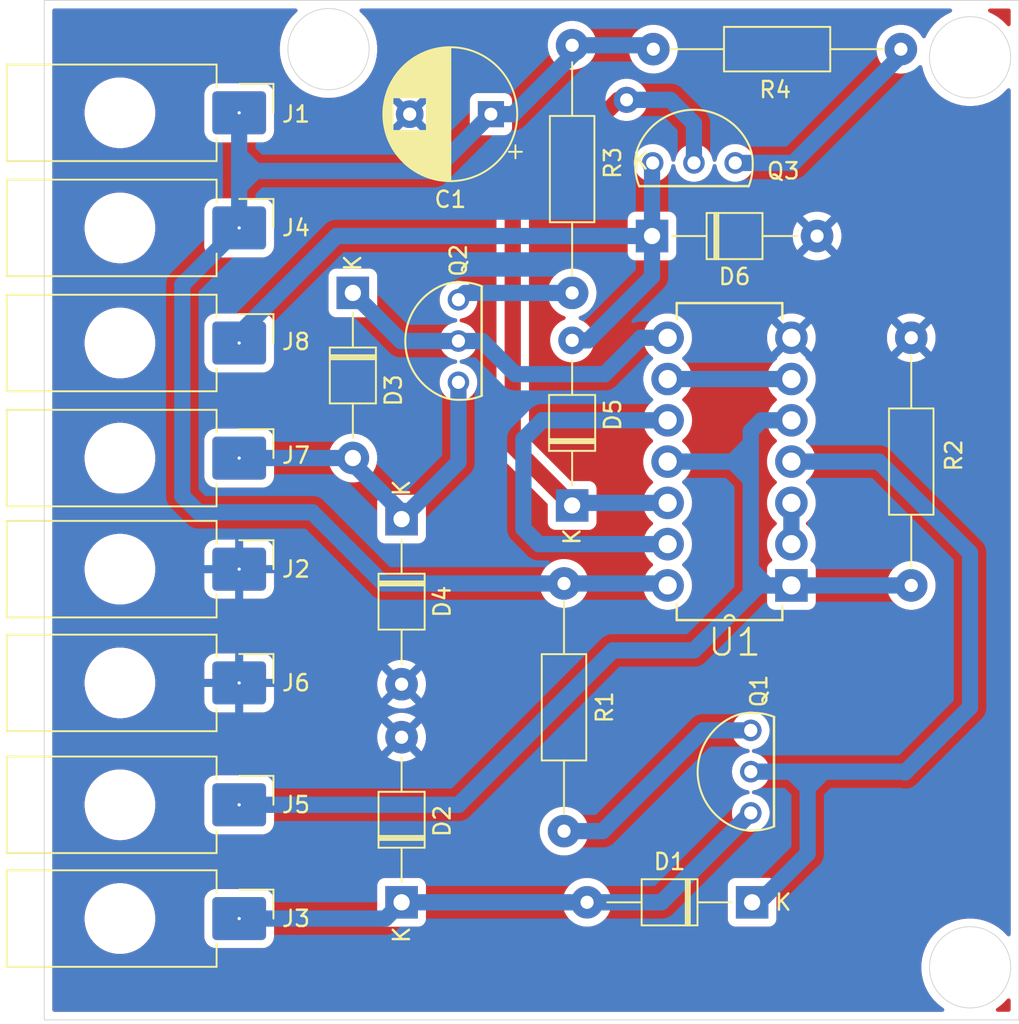
<source format=kicad_pcb>
(kicad_pcb (version 20241229) (generator "pcbnew") (generator_version "9.0")
  (layers (0 "F.Cu" signal) (2 "B.Cu" signal) (13 "F.Paste" user) (15 "B.Paste" user) (5 "F.SilkS" user "F.Silkscreen") (7 "B.SilkS" user "B.Silkscreen") (1 "F.Mask" user) (3 "B.Mask" user) (25 "Edge.Cuts" user))
  (net 0 "")
  (net 1 "GND")
  (net 2 "+5V")
  (net 3 "Trig1")
  (net 4 "/transistors1/Output1")
  (net 5 "/transistors1/Output2")
  (net 6 "Trig2")
  (net 7 "Trig3")
  (net 8 "/transistors1/Output3")
  (net 9 "/OptBoxInput")
  (net 10 "/transistors1/Collector1")
  (net 11 "/transistors1/Collector2")
  (net 12 "/transistors1/Collector3")
  (net 13 "/SchmidtLink3")
  (net 14 "/SchmidtLink2")
  (net 15 "/SchmidtLink1")
  (footprint "Connector_TE-Connectivity:TE_MATE-N-LOK_1-794374-x_1x01_P4.14mm_Horizontal" (layer "F.Cu") (at 97 86.0829 -90)
    (property "Reference" "J8" (hide yes))
    (property "Value" "Conn_01x01_Pin" (hide yes))
    (fp_line (start -2.97 14.31) (end 2.97 14.31) (stroke (width 0.12)) (layer "F.SilkS"))
    (fp_line (start 2.97 14.31) (end 2.97 1.39) (stroke (width 0.12)) (layer "F.SilkS"))
    (fp_line (start -2.97 1.39) (end -2.97 14.31) (stroke (width 0.12)) (layer "F.SilkS"))
    (fp_line (start -1.58 1.39) (end -2.97 1.39) (stroke (width 0.12)) (layer "F.SilkS"))
    (fp_line (start 2.97 1.39) (end 1.58 1.39) (stroke (width 0.12)) (layer "F.SilkS"))
    (fp_line (start -1.78 -2.11) (end -1.78 0) (stroke (width 0.12)) (layer "F.SilkS"))
    (fp_line (start 0 -2.11) (end -1.78 -2.11) (stroke (width 0.12)) (layer "F.SilkS"))
    (pad "" np_thru_hole circle (at 0 7.34 270) (size 3.86 3.86) (drill 3.86) (layers "*.Cu" "*.Mask"))
    (pad "1" thru_hole roundrect (at 0 0 270) (size 2.64 3.3) (drill 0.2) (layers "*.Cu" "*.Mask") (roundrect_rratio 0.094697) (net 8 "/transistors1/Output3"))
  )
  (footprint "Connector_TE-Connectivity:TE_MATE-N-LOK_1-794374-x_1x01_P4.14mm_Horizontal" (layer "F.Cu") (at 97 93.1658 -90)
    (property "Reference" "J7" (at -0.1658 -3.5 0) (layer "F.SilkS"))
    (property "Value" "Conn_01x01_Pin" (hide yes))
    (fp_line (start -2.97 14.31) (end 2.97 14.31) (stroke (width 0.12)) (layer "F.SilkS"))
    (fp_line (start 2.97 14.31) (end 2.97 1.39) (stroke (width 0.12)) (layer "F.SilkS"))
    (fp_line (start -2.97 1.39) (end -2.97 14.31) (stroke (width 0.12)) (layer "F.SilkS"))
    (fp_line (start -1.58 1.39) (end -2.97 1.39) (stroke (width 0.12)) (layer "F.SilkS"))
    (fp_line (start 2.97 1.39) (end 1.58 1.39) (stroke (width 0.12)) (layer "F.SilkS"))
    (fp_line (start -1.78 -2.11) (end -1.78 0) (stroke (width 0.12)) (layer "F.SilkS"))
    (fp_line (start 0 -2.11) (end -1.78 -2.11) (stroke (width 0.12)) (layer "F.SilkS"))
    (pad "" np_thru_hole circle (at 0 7.34 270) (size 3.86 3.86) (drill 3.86) (layers "*.Cu" "*.Mask"))
    (pad "1" thru_hole roundrect (at 0 0 270) (size 2.64 3.3) (drill 0.2) (layers "*.Cu" "*.Mask") (roundrect_rratio 0.094697) (net 5 "/transistors1/Output2"))
  )
  (footprint "Connector_TE-Connectivity:TE_MATE-N-LOK_1-794374-x_1x01_P4.14mm_Horizontal" (layer "F.Cu") (at 97 71.9171 -90)
    (property "Reference" "J1" (hide yes))
    (property "Value" "Conn_01x01_Pin" (hide yes))
    (fp_line (start -2.97 14.31) (end 2.97 14.31) (stroke (width 0.12)) (layer "F.SilkS"))
    (fp_line (start 2.97 14.31) (end 2.97 1.39) (stroke (width 0.12)) (layer "F.SilkS"))
    (fp_line (start -2.97 1.39) (end -2.97 14.31) (stroke (width 0.12)) (layer "F.SilkS"))
    (fp_line (start -1.58 1.39) (end -2.97 1.39) (stroke (width 0.12)) (layer "F.SilkS"))
    (fp_line (start 2.97 1.39) (end 1.58 1.39) (stroke (width 0.12)) (layer "F.SilkS"))
    (fp_line (start -1.78 -2.11) (end -1.78 0) (stroke (width 0.12)) (layer "F.SilkS"))
    (fp_line (start 0 -2.11) (end -1.78 -2.11) (stroke (width 0.12)) (layer "F.SilkS"))
    (pad "" np_thru_hole circle (at 0 7.34 270) (size 3.86 3.86) (drill 3.86) (layers "*.Cu" "*.Mask"))
    (pad "1" thru_hole roundrect (at 0 0 270) (size 2.64 3.3) (drill 0.2) (layers "*.Cu" "*.Mask") (roundrect_rratio 0.094697) (net 2 "+5V"))
  )
  (footprint "Diode_THT:D_T-1_P10.16mm_Horizontal" (layer "F.Cu") (at 117.5 96.08 90)
    (property "Reference" "D5" (at 5.58 2.5 90) (layer "F.SilkS"))
    (property "Value" "4148 type" (hide yes))
    (fp_line (start 6.8 -1.42) (end 3.36 -1.42) (stroke (width 0.12)) (layer "F.SilkS"))
    (fp_line (start 4.08 -1.42) (end 4.08 1.42) (stroke (width 0.12)) (layer "F.SilkS"))
    (fp_line (start 3.96 -1.42) (end 3.96 1.42) (stroke (width 0.12)) (layer "F.SilkS"))
    (fp_line (start 3.84 -1.42) (end 3.84 1.42) (stroke (width 0.12)) (layer "F.SilkS"))
    (fp_line (start 3.36 -1.42) (end 3.36 1.42) (stroke (width 0.12)) (layer "F.SilkS"))
    (fp_line (start 8.92 0) (end 6.8 0) (stroke (width 0.12)) (layer "F.SilkS"))
    (fp_line (start 1.24 0) (end 3.36 0) (stroke (width 0.12)) (layer "F.SilkS"))
    (fp_line (start 6.8 1.42) (end 6.8 -1.42) (stroke (width 0.12)) (layer "F.SilkS"))
    (fp_line (start 3.36 1.42) (end 6.8 1.42) (stroke (width 0.12)) (layer "F.SilkS"))
    (fp_text user "K" (at -1.92 0 90) (layer "F.SilkS"))
    (pad "1" thru_hole rect (at 0 0 90) (size 2 2) (drill 1) (layers "*.Cu" "*.Mask") (net 7 "Trig3"))
    (pad "2" thru_hole circle (at 10.16 0 90) (size 1.7 1.7) (drill 0.8128) (layers "*.Cu" "*.Mask") (net 8 "/transistors1/Output3"))
  )
  (footprint "Connector_TE-Connectivity:TE_MATE-N-LOK_1-794374-x_1x01_P4.14mm_Horizontal" (layer "F.Cu") (at 97 79 -90)
    (property "Reference" "J4" (at 0 -3.5 180) (layer "F.SilkS"))
    (property "Value" "Conn_01x01_Pin" (hide yes))
    (fp_line (start -2.97 14.31) (end 2.97 14.31) (stroke (width 0.12)) (layer "F.SilkS"))
    (fp_line (start 2.97 14.31) (end 2.97 1.39) (stroke (width 0.12)) (layer "F.SilkS"))
    (fp_line (start -2.97 1.39) (end -2.97 14.31) (stroke (width 0.12)) (layer "F.SilkS"))
    (fp_line (start -1.58 1.39) (end -2.97 1.39) (stroke (width 0.12)) (layer "F.SilkS"))
    (fp_line (start 2.97 1.39) (end 1.58 1.39) (stroke (width 0.12)) (layer "F.SilkS"))
    (fp_line (start -1.78 -2.11) (end -1.78 0) (stroke (width 0.12)) (layer "F.SilkS"))
    (fp_line (start 0 -2.11) (end -1.78 -2.11) (stroke (width 0.12)) (layer "F.SilkS"))
    (pad "" np_thru_hole circle (at 0 7.34 270) (size 3.86 3.86) (drill 3.86) (layers "*.Cu" "*.Mask"))
    (pad "1" thru_hole roundrect (at 0 0 270) (size 2.64 3.3) (drill 0.2) (layers "*.Cu" "*.Mask") (roundrect_rratio 0.094697) (net 2 "+5V"))
  )
  (footprint "Connector_TE-Connectivity:TE_MATE-N-LOK_1-794374-x_1x01_P4.14mm_Horizontal" (layer "F.Cu") (at 97 107 -90)
    (property "Reference" "J6" (at 0 -3.5 0) (layer "F.SilkS"))
    (property "Value" "Conn_01x01_Pin" (hide yes))
    (fp_line (start -2.97 14.31) (end 2.97 14.31) (stroke (width 0.12)) (layer "F.SilkS"))
    (fp_line (start 2.97 14.31) (end 2.97 1.39) (stroke (width 0.12)) (layer "F.SilkS"))
    (fp_line (start -2.97 1.39) (end -2.97 14.31) (stroke (width 0.12)) (layer "F.SilkS"))
    (fp_line (start -1.58 1.39) (end -2.97 1.39) (stroke (width 0.12)) (layer "F.SilkS"))
    (fp_line (start 2.97 1.39) (end 1.58 1.39) (stroke (width 0.12)) (layer "F.SilkS"))
    (fp_line (start -1.78 -2.11) (end -1.78 0) (stroke (width 0.12)) (layer "F.SilkS"))
    (fp_line (start 0 -2.11) (end -1.78 -2.11) (stroke (width 0.12)) (layer "F.SilkS"))
    (pad "" np_thru_hole circle (at 0 7.34 270) (size 3.86 3.86) (drill 3.86) (layers "*.Cu" "*.Mask"))
    (pad "1" thru_hole roundrect (at 0 0 270) (size 2.64 3.3) (drill 0.2) (layers "*.Cu" "*.Mask") (roundrect_rratio 0.094697) (net 1 "GND"))
  )
  (footprint "Diode_THT:D_T-1_P10.16mm_Horizontal" (layer "F.Cu") (at 107 96.92 -90)
    (property "Reference" "D4" (at 5.08 -2.5 90) (layer "F.SilkS"))
    (property "Value" "D_Zener 5V" (hide yes))
    (fp_line (start 3.36 1.42) (end 6.8 1.42) (stroke (width 0.12)) (layer "F.SilkS"))
    (fp_line (start 6.8 1.42) (end 6.8 -1.42) (stroke (width 0.12)) (layer "F.SilkS"))
    (fp_line (start 1.24 0) (end 3.36 0) (stroke (width 0.12)) (layer "F.SilkS"))
    (fp_line (start 8.92 0) (end 6.8 0) (stroke (width 0.12)) (layer "F.SilkS"))
    (fp_line (start 3.36 -1.42) (end 3.36 1.42) (stroke (width 0.12)) (layer "F.SilkS"))
    (fp_line (start 3.84 -1.42) (end 3.84 1.42) (stroke (width 0.12)) (layer "F.SilkS"))
    (fp_line (start 3.96 -1.42) (end 3.96 1.42) (stroke (width 0.12)) (layer "F.SilkS"))
    (fp_line (start 4.08 -1.42) (end 4.08 1.42) (stroke (width 0.12)) (layer "F.SilkS"))
    (fp_line (start 6.8 -1.42) (end 3.36 -1.42) (stroke (width 0.12)) (layer "F.SilkS"))
    (fp_text user "K" (at -1.92 0 90) (layer "F.SilkS"))
    (pad "1" thru_hole rect (at 0 0 270) (size 2 2) (drill 1) (layers "*.Cu" "*.Mask") (net 5 "/transistors1/Output2"))
    (pad "2" thru_hole circle (at 10.16 0 270) (size 2 2) (drill 0.8128) (layers "*.Cu" "*.Mask") (net 1 "GND"))
  )
  (footprint "2N4401SNAP:TO92" (layer "F.Cu") (at 128.5 112.46 90)
    (property "Reference" "Q1" (at 4.96 0.5 90) (layer "F.SilkS"))
    (property "Value" "2N4401" (hide yes))
    (fp_line (start -3.33375 1.42875) (end 3.33375 1.42875) (stroke (width 0.1524)) (layer "F.SilkS"))
    (fp_arc (start 3.3655 -1.1359) (mid 3.56836 -0.519825) (end 3.6165 0.127) (stroke (width 0.127)) (layer "F.SilkS"))
    (fp_arc (start -3.3655 -1.1359) (mid 0 -3.271382) (end 3.3655 -1.1359) (stroke (width 0.127)) (layer "F.SilkS"))
    (fp_arc (start 3.6165 0.127) (mid 3.556257 0.802549) (end 3.3655 1.4534) (stroke (width 0.127)) (layer "F.SilkS"))
    (fp_arc (start -3.6165 0.127) (mid -3.568358 -0.519825) (end -3.3655 -1.1359) (stroke (width 0.127)) (layer "F.SilkS"))
    (fp_arc (start -3.3655 1.4534) (mid -3.556258 0.802549) (end -3.6165 0.127) (stroke (width 0.127)) (layer "F.SilkS"))
    (pad "1" thru_hole circle (at -2.54 0 90) (size 1.3208 1.3208) (drill 0.8128) (layers "*.Cu" "*.Mask") (net 4 "/transistors1/Output1"))
    (pad "2" thru_hole circle (at 0 0 90) (size 1.3208 1.3208) (drill 0.8128) (layers "*.Cu" "*.Mask") (net 3 "Trig1"))
    (pad "3" thru_hole circle (at 2.54 0 90) (size 1.3208 1.3208) (drill 0.8128) (layers "*.Cu" "*.Mask") (net 10 "/transistors1/Collector1"))
  )
  (footprint "Diode_THT:D_T-1_P10.16mm_Horizontal" (layer "F.Cu") (at 104 83 -90)
    (property "Reference" "D3" (at 6 -2.5 90) (layer "F.SilkS"))
    (property "Value" "4148 type" (hide yes))
    (fp_line (start 3.36 1.42) (end 6.8 1.42) (stroke (width 0.12)) (layer "F.SilkS"))
    (fp_line (start 6.8 1.42) (end 6.8 -1.42) (stroke (width 0.12)) (layer "F.SilkS"))
    (fp_line (start 1.24 0) (end 3.36 0) (stroke (width 0.12)) (layer "F.SilkS"))
    (fp_line (start 8.92 0) (end 6.8 0) (stroke (width 0.12)) (layer "F.SilkS"))
    (fp_line (start 3.36 -1.42) (end 3.36 1.42) (stroke (width 0.12)) (layer "F.SilkS"))
    (fp_line (start 3.84 -1.42) (end 3.84 1.42) (stroke (width 0.12)) (layer "F.SilkS"))
    (fp_line (start 3.96 -1.42) (end 3.96 1.42) (stroke (width 0.12)) (layer "F.SilkS"))
    (fp_line (start 4.08 -1.42) (end 4.08 1.42) (stroke (width 0.12)) (layer "F.SilkS"))
    (fp_line (start 6.8 -1.42) (end 3.36 -1.42) (stroke (width 0.12)) (layer "F.SilkS"))
    (fp_text user "K" (at -1.84 0 90) (layer "F.SilkS"))
    (pad "1" thru_hole rect (at 0 0 270) (size 2 2) (drill 1) (layers "*.Cu" "*.Mask") (net 6 "Trig2"))
    (pad "2" thru_hole oval (at 10.16 0 270) (size 2 2) (drill 1) (layers "*.Cu" "*.Mask") (net 5 "/transistors1/Output2"))
  )
  (footprint "Resistor_THT:R_Axial_DIN0207_L6.3mm_D2.5mm_P15.24mm_Horizontal" (layer "F.Cu") (at 117 100.88 -90)
    (property "Reference" "R1" (at 7.62 -2.5 90) (layer "F.SilkS"))
    (property "Value" "10" (hide yes))
    (fp_line (start 4.35 1.37) (end 10.89 1.37) (stroke (width 0.12)) (layer "F.SilkS"))
    (fp_line (start 10.89 1.37) (end 10.89 -1.37) (stroke (width 0.12)) (layer "F.SilkS"))
    (fp_line (start 1.04 0) (end 4.35 0) (stroke (width 0.12)) (layer "F.SilkS"))
    (fp_line (start 14.2 0) (end 10.89 0) (stroke (width 0.12)) (layer "F.SilkS"))
    (fp_line (start 4.35 -1.37) (end 4.35 1.37) (stroke (width 0.12)) (layer "F.SilkS"))
    (fp_line (start 10.89 -1.37) (end 4.35 -1.37) (stroke (width 0.12)) (layer "F.SilkS"))
    (pad "1" thru_hole circle (at 0 0 270) (size 2 2) (drill 0.8128) (layers "*.Cu" "*.Mask") (net 2 "+5V"))
    (pad "2" thru_hole circle (at 15.24 0 270) (size 2 2) (drill 0.8128) (layers "*.Cu" "*.Mask") (net 10 "/transistors1/Collector1"))
  )
  (footprint "Connector_TE-Connectivity:TE_MATE-N-LOK_1-794374-x_1x01_P4.14mm_Horizontal" (layer "F.Cu") (at 97 100 -90)
    (property "Reference" "J2" (at 0 -3.5 0) (layer "F.SilkS"))
    (property "Value" "Conn_01x01_Pin" (hide yes))
    (fp_line (start -2.97 14.31) (end 2.97 14.31) (stroke (width 0.12)) (layer "F.SilkS"))
    (fp_line (start 2.97 14.31) (end 2.97 1.39) (stroke (width 0.12)) (layer "F.SilkS"))
    (fp_line (start -2.97 1.39) (end -2.97 14.31) (stroke (width 0.12)) (layer "F.SilkS"))
    (fp_line (start -1.58 1.39) (end -2.97 1.39) (stroke (width 0.12)) (layer "F.SilkS"))
    (fp_line (start 2.97 1.39) (end 1.58 1.39) (stroke (width 0.12)) (layer "F.SilkS"))
    (fp_line (start -1.78 -2.11) (end -1.78 0) (stroke (width 0.12)) (layer "F.SilkS"))
    (fp_line (start 0 -2.11) (end -1.78 -2.11) (stroke (width 0.12)) (layer "F.SilkS"))
    (pad "" np_thru_hole circle (at 0 7.34 270) (size 3.86 3.86) (drill 3.86) (layers "*.Cu" "*.Mask"))
    (pad "1" thru_hole roundrect (at 0 0 270) (size 2.64 3.3) (drill 0.2) (layers "*.Cu" "*.Mask") (roundrect_rratio 0.094697) (net 1 "GND"))
  )
  (footprint "Connector_TE-Connectivity:TE_MATE-N-LOK_1-794374-x_1x01_P4.14mm_Horizontal" (layer "F.Cu") (at 97 121.5 -90)
    (property "Reference" "J3" (at 0 -3.5 0) (layer "F.SilkS"))
    (property "Value" "Conn_01x01_Pin" (hide yes))
    (fp_line (start -2.97 14.31) (end 2.97 14.31) (stroke (width 0.12)) (layer "F.SilkS"))
    (fp_line (start 2.97 14.31) (end 2.97 1.39) (stroke (width 0.12)) (layer "F.SilkS"))
    (fp_line (start -2.97 1.39) (end -2.97 14.31) (stroke (width 0.12)) (layer "F.SilkS"))
    (fp_line (start -1.58 1.39) (end -2.97 1.39) (stroke (width 0.12)) (layer "F.SilkS"))
    (fp_line (start 2.97 1.39) (end 1.58 1.39) (stroke (width 0.12)) (layer "F.SilkS"))
    (fp_line (start -1.78 -2.11) (end -1.78 0) (stroke (width 0.12)) (layer "F.SilkS"))
    (fp_line (start 0 -2.11) (end -1.78 -2.11) (stroke (width 0.12)) (layer "F.SilkS"))
    (pad "" np_thru_hole circle (at 0 7.34 270) (size 3.86 3.86) (drill 3.86) (layers "*.Cu" "*.Mask"))
    (pad "1" thru_hole roundrect (at 0 0 270) (size 2.64 3.3) (drill 0.2) (layers "*.Cu" "*.Mask") (roundrect_rratio 0.094697) (net 4 "/transistors1/Output1"))
  )
  (footprint "Diode_THT:D_T-1_P10.16mm_Horizontal" (layer "F.Cu") (at 128.58 120.5 180)
    (property "Reference" "D1" (at 5.08 2.5 0) (layer "F.SilkS"))
    (property "Value" "4148 type" (hide yes))
    (fp_line (start 8.92 0) (end 6.8 0) (stroke (width 0.12)) (layer "F.SilkS"))
    (fp_line (start 6.8 1.42) (end 6.8 -1.42) (stroke (width 0.12)) (layer "F.SilkS"))
    (fp_line (start 6.8 -1.42) (end 3.36 -1.42) (stroke (width 0.12)) (layer "F.SilkS"))
    (fp_line (start 4.08 -1.42) (end 4.08 1.42) (stroke (width 0.12)) (layer "F.SilkS"))
    (fp_line (start 3.96 -1.42) (end 3.96 1.42) (stroke (width 0.12)) (layer "F.SilkS"))
    (fp_line (start 3.84 -1.42) (end 3.84 1.42) (stroke (width 0.12)) (layer "F.SilkS"))
    (fp_line (start 3.36 1.42) (end 6.8 1.42) (stroke (width 0.12)) (layer "F.SilkS"))
    (fp_line (start 3.36 -1.42) (end 3.36 1.42) (stroke (width 0.12)) (layer "F.SilkS"))
    (fp_line (start 1.24 0) (end 3.36 0) (stroke (width 0.12)) (layer "F.SilkS"))
    (fp_text user "K" (at -1.92 0 0) (layer "F.SilkS"))
    (pad "1" thru_hole rect (at 0 0 180) (size 2 2) (drill 1) (layers "*.Cu" "*.Mask") (net 3 "Trig1"))
    (pad "2" thru_hole circle (at 10.16 0 180) (size 2 2) (drill 0.8128) (layers "*.Cu" "*.Mask") (net 4 "/transistors1/Output1"))
  )
  (footprint "Resistor_THT:R_Axial_DIN0207_L6.3mm_D2.5mm_P15.24mm_Horizontal" (layer "F.Cu") (at 138.38 101 90)
    (property "Reference" "R2" (at 8 2.62 90) (layer "F.SilkS"))
    (property "Value" "10k" (hide yes))
    (fp_line (start 10.89 -1.37) (end 4.35 -1.37) (stroke (width 0.12)) (layer "F.SilkS"))
    (fp_line (start 4.35 -1.37) (end 4.35 1.37) (stroke (width 0.12)) (layer "F.SilkS"))
    (fp_line (start 14.2 0) (end 10.89 0) (stroke (width 0.12)) (layer "F.SilkS"))
    (fp_line (start 1.04 0) (end 4.35 0) (stroke (width 0.12)) (layer "F.SilkS"))
    (fp_line (start 10.89 1.37) (end 10.89 -1.37) (stroke (width 0.12)) (layer "F.SilkS"))
    (fp_line (start 4.35 1.37) (end 10.89 1.37) (stroke (width 0.12)) (layer "F.SilkS"))
    (pad "1" thru_hole circle (at 0 0 90) (size 2 2) (drill 0.8128) (layers "*.Cu" "*.Mask") (net 9 "/OptBoxInput"))
    (pad "2" thru_hole circle (at 15.24 0 90) (size 2 2) (drill 0.8128) (layers "*.Cu" "*.Mask") (net 1 "GND"))
  )
  (footprint "Connector_TE-Connectivity:TE_MATE-N-LOK_1-794374-x_1x01_P4.14mm_Horizontal" (layer "F.Cu") (at 97 114.5 -90)
    (property "Reference" "J5" (at 0 -3.5 180) (layer "F.SilkS"))
    (property "Value" "Conn_01x01_Pin" (hide yes))
    (fp_line (start -2.97 14.31) (end 2.97 14.31) (stroke (width 0.12)) (layer "F.SilkS"))
    (fp_line (start 2.97 14.31) (end 2.97 1.39) (stroke (width 0.12)) (layer "F.SilkS"))
    (fp_line (start -2.97 1.39) (end -2.97 14.31) (stroke (width 0.12)) (layer "F.SilkS"))
    (fp_line (start -1.58 1.39) (end -2.97 1.39) (stroke (width 0.12)) (layer "F.SilkS"))
    (fp_line (start 2.97 1.39) (end 1.58 1.39) (stroke (width 0.12)) (layer "F.SilkS"))
    (fp_line (start -1.78 -2.11) (end -1.78 0) (stroke (width 0.12)) (layer "F.SilkS"))
    (fp_line (start 0 -2.11) (end -1.78 -2.11) (stroke (width 0.12)) (layer "F.SilkS"))
    (pad "" np_thru_hole circle (at 0 7.34 270) (size 3.86 3.86) (drill 3.86) (layers "*.Cu" "*.Mask"))
    (pad "1" thru_hole roundrect (at 0 0 270) (size 2.64 3.3) (drill 0.2) (layers "*.Cu" "*.Mask") (roundrect_rratio 0.094697) (net 9 "/OptBoxInput"))
  )
  (footprint "Diode_THT:D_T-1_P10.16mm_Horizontal" (layer "F.Cu") (at 107 120.5 90)
    (property "Reference" "D2" (at 5 2.5 90) (layer "F.SilkS"))
    (property "Value" "D_Zener 5V" (hide yes))
    (fp_line (start 6.8 -1.42) (end 3.36 -1.42) (stroke (width 0.12)) (layer "F.SilkS"))
    (fp_line (start 4.08 -1.42) (end 4.08 1.42) (stroke (width 0.12)) (layer "F.SilkS"))
    (fp_line (start 3.96 -1.42) (end 3.96 1.42) (stroke (width 0.12)) (layer "F.SilkS"))
    (fp_line (start 3.84 -1.42) (end 3.84 1.42) (stroke (width 0.12)) (layer "F.SilkS"))
    (fp_line (start 3.36 -1.42) (end 3.36 1.42) (stroke (width 0.12)) (layer "F.SilkS"))
    (fp_line (start 8.92 0) (end 6.8 0) (stroke (width 0.12)) (layer "F.SilkS"))
    (fp_line (start 1.24 0) (end 3.36 0) (stroke (width 0.12)) (layer "F.SilkS"))
    (fp_line (start 6.8 1.42) (end 6.8 -1.42) (stroke (width 0.12)) (layer "F.SilkS"))
    (fp_line (start 3.36 1.42) (end 6.8 1.42) (stroke (width 0.12)) (layer "F.SilkS"))
    (fp_text user "K" (at -2 0 90) (layer "F.SilkS"))
    (pad "1" thru_hole rect (at 0 0 90) (size 2 2) (drill 1) (layers "*.Cu" "*.Mask") (net 4 "/transistors1/Output1"))
    (pad "2" thru_hole circle (at 10.16 0 90) (size 2 2) (drill 0.8128) (layers "*.Cu" "*.Mask") (net 1 "GND"))
  )
  (footprint "Capacitor_THT:CP_Radial_D8.0mm_P5.00mm" (layer "F.Cu") (at 112.5 72 180)
    (property "Reference" "C1" (at 2.5 -5.25 0) (layer "F.SilkS"))
    (property "Value" "100nF" (hide yes))
    (fp_line (start 6.581 -0.533) (end 6.581 0.533) (stroke (width 0.12)) (layer "F.SilkS"))
    (fp_line (start 6.541 -0.768) (end 6.541 0.768) (stroke (width 0.12)) (layer "F.SilkS"))
    (fp_line (start 6.501 -0.948) (end 6.501 0.948) (stroke (width 0.12)) (layer "F.SilkS"))
    (fp_line (start 6.461 -1.098) (end 6.461 1.098) (stroke (width 0.12)) (layer "F.SilkS"))
    (fp_line (start 6.421 -1.229) (end 6.421 1.229) (stroke (width 0.12)) (layer "F.SilkS"))
    (fp_line (start 6.381 -1.346) (end 6.381 1.346) (stroke (width 0.12)) (layer "F.SilkS"))
    (fp_line (start 6.341 -1.453) (end 6.341 1.453) (stroke (width 0.12)) (layer "F.SilkS"))
    (fp_line (start 6.301 -1.552) (end 6.301 1.552) (stroke (width 0.12)) (layer "F.SilkS"))
    (fp_line (start 6.261 -1.645) (end 6.261 1.645) (stroke (width 0.12)) (layer "F.SilkS"))
    (fp_line (start 6.221 -1.731) (end 6.221 1.731) (stroke (width 0.12)) (layer "F.SilkS"))
    (fp_line (start 6.181 -1.813) (end 6.181 1.813) (stroke (width 0.12)) (layer "F.SilkS"))
    (fp_line (start 6.141 -1.89) (end 6.141 1.89) (stroke (width 0.12)) (layer "F.SilkS"))
    (fp_line (start 6.101 -1.964) (end 6.101 1.964) (stroke (width 0.12)) (layer "F.SilkS"))
    (fp_line (start 6.061 -2.034) (end 6.061 2.034) (stroke (width 0.12)) (layer "F.SilkS"))
    (fp_line (start 6.021 1.04) (end 6.021 2.102) (stroke (width 0.12)) (layer "F.SilkS"))
    (fp_line (start 6.021 -2.102) (end 6.021 -1.04) (stroke (width 0.12)) (layer "F.SilkS"))
    (fp_line (start 5.981 1.04) (end 5.981 2.166) (stroke (width 0.12)) (layer "F.SilkS"))
    (fp_line (start 5.981 -2.166) (end 5.981 -1.04) (stroke (width 0.12)) (layer "F.SilkS"))
    (fp_line (start 5.941 1.04) (end 5.941 2.228) (stroke (width 0.12)) (layer "F.SilkS"))
    (fp_line (start 5.941 -2.228) (end 5.941 -1.04) (stroke (width 0.12)) (layer "F.SilkS"))
    (fp_line (start 5.901 1.04) (end 5.901 2.287) (stroke (width 0.12)) (layer "F.SilkS"))
    (fp_line (start 5.901 -2.287) (end 5.901 -1.04) (stroke (width 0.12)) (layer "F.SilkS"))
    (fp_line (start 5.861 1.04) (end 5.861 2.345) (stroke (width 0.12)) (layer "F.SilkS"))
    (fp_line (start 5.861 -2.345) (end 5.861 -1.04) (stroke (width 0.12)) (layer "F.SilkS"))
    (fp_line (start 5.821 1.04) (end 5.821 2.4) (stroke (width 0.12)) (layer "F.SilkS"))
    (fp_line (start 5.821 -2.4) (end 5.821 -1.04) (stroke (width 0.12)) (layer "F.SilkS"))
    (fp_line (start 5.781 1.04) (end 5.781 2.454) (stroke (width 0.12)) (layer "F.SilkS"))
    (fp_line (start 5.781 -2.454) (end 5.781 -1.04) (stroke (width 0.12)) (layer "F.SilkS"))
    (fp_line (start 5.741 1.04) (end 5.741 2.505) (stroke (width 0.12)) (layer "F.SilkS"))
    (fp_line (start 5.741 -2.505) (end 5.741 -1.04) (stroke (width 0.12)) (layer "F.SilkS"))
    (fp_line (start 5.701 1.04) (end 5.701 2.556) (stroke (width 0.12)) (layer "F.SilkS"))
    (fp_line (start 5.701 -2.556) (end 5.701 -1.04) (stroke (width 0.12)) (layer "F.SilkS"))
    (fp_line (start 5.661 1.04) (end 5.661 2.604) (stroke (width 0.12)) (layer "F.SilkS"))
    (fp_line (start 5.661 -2.604) (end 5.661 -1.04) (stroke (width 0.12)) (layer "F.SilkS"))
    (fp_line (start 5.621 1.04) (end 5.621 2.651) (stroke (width 0.12)) (layer "F.SilkS"))
    (fp_line (start 5.621 -2.651) (end 5.621 -1.04) (stroke (width 0.12)) (layer "F.SilkS"))
    (fp_line (start 5.581 1.04) (end 5.581 2.697) (stroke (width 0.12)) (layer "F.SilkS"))
    (fp_line (start 5.581 -2.697) (end 5.581 -1.04) (stroke (width 0.12)) (layer "F.SilkS"))
    (fp_line (start 5.541 1.04) (end 5.541 2.741) (stroke (width 0.12)) (layer "F.SilkS"))
    (fp_line (start 5.541 -2.741) (end 5.541 -1.04) (stroke (width 0.12)) (layer "F.SilkS"))
    (fp_line (start 5.501 1.04) (end 5.501 2.784) (stroke (width 0.12)) (layer "F.SilkS"))
    (fp_line (start 5.501 -2.784) (end 5.501 -1.04) (stroke (width 0.12)) (layer "F.SilkS"))
    (fp_line (start 5.461 1.04) (end 5.461 2.826) (stroke (width 0.12)) (layer "F.SilkS"))
    (fp_line (start 5.461 -2.826) (end 5.461 -1.04) (stroke (width 0.12)) (layer "F.SilkS"))
    (fp_line (start 5.421 1.04) (end 5.421 2.867) (stroke (width 0.12)) (layer "F.SilkS"))
    (fp_line (start 5.421 -2.867) (end 5.421 -1.04) (stroke (width 0.12)) (layer "F.SilkS"))
    (fp_line (start 5.381 1.04) (end 5.381 2.907) (stroke (width 0.12)) (layer "F.SilkS"))
    (fp_line (start 5.381 -2.907) (end 5.381 -1.04) (stroke (width 0.12)) (layer "F.SilkS"))
    (fp_line (start 5.341 1.04) (end 5.341 2.945) (stroke (width 0.12)) (layer "F.SilkS"))
    (fp_line (start 5.341 -2.945) (end 5.341 -1.04) (stroke (width 0.12)) (layer "F.SilkS"))
    (fp_line (start 5.301 1.04) (end 5.301 2.983) (stroke (width 0.12)) (layer "F.SilkS"))
    (fp_line (start 5.301 -2.983) (end 5.301 -1.04) (stroke (width 0.12)) (layer "F.SilkS"))
    (fp_line (start 5.261 1.04) (end 5.261 3.019) (stroke (width 0.12)) (layer "F.SilkS"))
    (fp_line (start 5.261 -3.019) (end 5.261 -1.04) (stroke (width 0.12)) (layer "F.SilkS"))
    (fp_line (start 5.221 1.04) (end 5.221 3.055) (stroke (width 0.12)) (layer "F.SilkS"))
    (fp_line (start 5.221 -3.055) (end 5.221 -1.04) (stroke (width 0.12)) (layer "F.SilkS"))
    (fp_line (start 5.181 1.04) (end 5.181 3.09) (stroke (width 0.12)) (layer "F.SilkS"))
    (fp_line (start 5.181 -3.09) (end 5.181 -1.04) (stroke (width 0.12)) (layer "F.SilkS"))
    (fp_line (start 5.141 1.04) (end 5.141 3.124) (stroke (width 0.12)) (layer "F.SilkS"))
    (fp_line (start 5.141 -3.124) (end 5.141 -1.04) (stroke (width 0.12)) (layer "F.SilkS"))
    (fp_line (start 5.101 1.04) (end 5.101 3.156) (stroke (width 0.12)) (layer "F.SilkS"))
    (fp_line (start 5.101 -3.156) (end 5.101 -1.04) (stroke (width 0.12)) (layer "F.SilkS"))
    (fp_line (start 5.061 1.04) (end 5.061 3.189) (stroke (width 0.12)) (layer "F.SilkS"))
    (fp_line (start 5.061 -3.189) (end 5.061 -1.04) (stroke (width 0.12)) (layer "F.SilkS"))
    (fp_line (start 5.021 1.04) (end 5.021 3.22) (stroke (width 0.12)) (layer "F.SilkS"))
    (fp_line (start 5.021 -3.22) (end 5.021 -1.04) (stroke (width 0.12)) (layer "F.SilkS"))
    (fp_line (start 4.981 1.04) (end 4.981 3.25) (stroke (width 0.12)) (layer "F.SilkS"))
    (fp_line (start 4.981 -3.25) (end 4.981 -1.04) (stroke (width 0.12)) (layer "F.SilkS"))
    (fp_line (start 4.941 1.04) (end 4.941 3.28) (stroke (width 0.12)) (layer "F.SilkS"))
    (fp_line (start 4.941 -3.28) (end 4.941 -1.04) (stroke (width 0.12)) (layer "F.SilkS"))
    (fp_line (start 4.901 1.04) (end 4.901 3.309) (stroke (width 0.12)) (layer "F.SilkS"))
    (fp_line (start 4.901 -3.309) (end 4.901 -1.04) (stroke (width 0.12)) (layer "F.SilkS"))
    (fp_line (start 4.861 1.04) (end 4.861 3.338) (stroke (width 0.12)) (layer "F.SilkS"))
    (fp_line (start 4.861 -3.338) (end 4.861 -1.04) (stroke (width 0.12)) (layer "F.SilkS"))
    (fp_line (start 4.821 1.04) (end 4.821 3.365) (stroke (width 0.12)) (layer "F.SilkS"))
    (fp_line (start 4.821 -3.365) (end 4.821 -1.04) (stroke (width 0.12)) (layer "F.SilkS"))
    (fp_line (start 4.781 1.04) (end 4.781 3.392) (stroke (width 0.12)) (layer "F.SilkS"))
    (fp_line (start 4.781 -3.392) (end 4.781 -1.04) (stroke (width 0.12)) (layer "F.SilkS"))
    (fp_line (start 4.741 1.04) (end 4.741 3.418) (stroke (width 0.12)) (layer "F.SilkS"))
    (fp_line (start 4.741 -3.418) (end 4.741 -1.04) (stroke (width 0.12)) (layer "F.SilkS"))
    (fp_line (start 4.701 1.04) (end 4.701 3.444) (stroke (width 0.12)) (layer "F.SilkS"))
    (fp_line (start 4.701 -3.444) (end 4.701 -1.04) (stroke (width 0.12)) (layer "F.SilkS"))
    (fp_line (start 4.661 1.04) (end 4.661 3.469) (stroke (width 0.12)) (layer "F.SilkS"))
    (fp_line (start 4.661 -3.469) (end 4.661 -1.04) (stroke (width 0.12)) (layer "F.SilkS"))
    (fp_line (start 4.621 1.04) (end 4.621 3.493) (stroke (width 0.12)) (layer "F.SilkS"))
    (fp_line (start 4.621 -3.493) (end 4.621 -1.04) (stroke (width 0.12)) (layer "F.SilkS"))
    (fp_line (start 4.581 1.04) (end 4.581 3.517) (stroke (width 0.12)) (layer "F.SilkS"))
    (fp_line (start 4.581 -3.517) (end 4.581 -1.04) (stroke (width 0.12)) (layer "F.SilkS"))
    (fp_line (start 4.541 1.04) (end 4.541 3.54) (stroke (width 0.12)) (layer "F.SilkS"))
    (fp_line (start 4.541 -3.54) (end 4.541 -1.04) (stroke (width 0.12)) (layer "F.SilkS"))
    (fp_line (start 4.501 1.04) (end 4.501 3.562) (stroke (width 0.12)) (layer "F.SilkS"))
    (fp_line (start 4.501 -3.562) (end 4.501 -1.04) (stroke (width 0.12)) (layer "F.SilkS"))
    (fp_line (start 4.461 1.04) (end 4.461 3.584) (stroke (width 0.12)) (layer "F.SilkS"))
    (fp_line (start 4.461 -3.584) (end 4.461 -1.04) (stroke (width 0.12)) (layer "F.SilkS"))
    (fp_line (start 4.421 1.04) (end 4.421 3.606) (stroke (width 0.12)) (layer "F.SilkS"))
    (fp_line (start 4.421 -3.606) (end 4.421 -1.04) (stroke (width 0.12)) (layer "F.SilkS"))
    (fp_line (start 4.381 1.04) (end 4.381 3.627) (stroke (width 0.12)) (layer "F.SilkS"))
    (fp_line (start 4.381 -3.627) (end 4.381 -1.04) (stroke (width 0.12)) (layer "F.SilkS"))
    (fp_line (start 4.341 1.04) (end 4.341 3.647) (stroke (width 0.12)) (layer "F.SilkS"))
    (fp_line (start 4.341 -3.647) (end 4.341 -1.04) (stroke (width 0.12)) (layer "F.SilkS"))
    (fp_line (start 4.301 1.04) (end 4.301 3.666) (stroke (width 0.12)) (layer "F.SilkS"))
    (fp_line (start 4.301 -3.666) (end 4.301 -1.04) (stroke (width 0.12)) (layer "F.SilkS"))
    (fp_line (start 4.261 1.04) (end 4.261 3.686) (stroke (width 0.12)) (layer "F.SilkS"))
    (fp_line (start 4.261 -3.686) (end 4.261 -1.04) (stroke (width 0.12)) (layer "F.SilkS"))
    (fp_line (start 4.221 1.04) (end 4.221 3.704) (stroke (width 0.12)) (layer "F.SilkS"))
    (fp_line (start 4.221 -3.704) (end 4.221 -1.04) (stroke (width 0.12)) (layer "F.SilkS"))
    (fp_line (start 4.181 1.04) (end 4.181 3.722) (stroke (width 0.12)) (layer "F.SilkS"))
    (fp_line (start 4.181 -3.722) (end 4.181 -1.04) (stroke (width 0.12)) (layer "F.SilkS"))
    (fp_line (start 4.141 1.04) (end 4.141 3.74) (stroke (width 0.12)) (layer "F.SilkS"))
    (fp_line (start 4.141 -3.74) (end 4.141 -1.04) (stroke (width 0.12)) (layer "F.SilkS"))
    (fp_line (start 4.101 1.04) (end 4.101 3.757) (stroke (width 0.12)) (layer "F.SilkS"))
    (fp_line (start 4.101 -3.757) (end 4.101 -1.04) (stroke (width 0.12)) (layer "F.SilkS"))
    (fp_line (start 4.061 1.04) (end 4.061 3.774) (stroke (width 0.12)) (layer "F.SilkS"))
    (fp_line (start 4.061 -3.774) (end 4.061 -1.04) (stroke (width 0.12)) (layer "F.SilkS"))
    (fp_line (start 4.021 1.04) (end 4.021 3.79) (stroke (width 0.12)) (layer "F.SilkS"))
    (fp_line (start 4.021 -3.79) (end 4.021 -1.04) (stroke (width 0.12)) (layer "F.SilkS"))
    (fp_line (start 3.981 1.04) (end 3.981 3.805) (stroke (width 0.12)) (layer "F.SilkS"))
    (fp_line (start 3.981 -3.805) (end 3.981 -1.04) (stroke (width 0.12)) (layer "F.SilkS"))
    (fp_line (start 3.941 -3.821) (end 3.941 3.821) (stroke (width 0.12)) (layer "F.SilkS"))
    (fp_line (start 3.901 -3.835) (end 3.901 3.835) (stroke (width 0.12)) (layer "F.SilkS"))
    (fp_line (start 3.861 -3.85) (end 3.861 3.85) (stroke (width 0.12)) (layer "F.SilkS"))
    (fp_line (start 3.821 -3.863) (end 3.821 3.863) (stroke (width 0.12)) (layer "F.SilkS"))
    (fp_line (start 3.781 -3.877) (end 3.781 3.877) (stroke (width 0.12)) (layer "F.SilkS"))
    (fp_line (start 3.741 -3.889) (end 3.741 3.889) (stroke (width 0.12)) (layer "F.SilkS"))
    (fp_line (start 3.701 -3.902) (end 3.701 3.902) (stroke (width 0.12)) (layer "F.SilkS"))
    (fp_line (start 3.661 -3.914) (end 3.661 3.914) (stroke (width 0.12)) (layer "F.SilkS"))
    (fp_line (start 3.621 -3.925) (end 3.621 3.925) (stroke (width 0.12)) (layer "F.SilkS"))
    (fp_line (start 3.581 -3.936) (end 3.581 3.936) (stroke (width 0.12)) (layer "F.SilkS"))
    (fp_line (start 3.541 -3.947) (end 3.541 3.947) (stroke (width 0.12)) (layer "F.SilkS"))
    (fp_line (start 3.501 -3.957) (end 3.501 3.957) (stroke (width 0.12)) (layer "F.SilkS"))
    (fp_line (start 3.461 -3.967) (end 3.461 3.967) (stroke (width 0.12)) (layer "F.SilkS"))
    (fp_line (start 3.421 -3.976) (end 3.421 3.976) (stroke (width 0.12)) (layer "F.SilkS"))
    (fp_line (start 3.381 -3.985) (end 3.381 3.985) (stroke (width 0.12)) (layer "F.SilkS"))
    (fp_line (start 3.341 -3.994) (end 3.341 3.994) (stroke (width 0.12)) (layer "F.SilkS"))
    (fp_line (start 3.301 -4.002) (end 3.301 4.002) (stroke (width 0.12)) (layer "F.SilkS"))
    (fp_line (start 3.261 -4.01) (end 3.261 4.01) (stroke (width 0.12)) (layer "F.SilkS"))
    (fp_line (start 3.221 -4.017) (end 3.221 4.017) (stroke (width 0.12)) (layer "F.SilkS"))
    (fp_line (start 3.18 -4.024) (end 3.18 4.024) (stroke (width 0.12)) (layer "F.SilkS"))
    (fp_line (start 3.14 -4.03) (end 3.14 4.03) (stroke (width 0.12)) (layer "F.SilkS"))
    (fp_line (start 3.1 -4.037) (end 3.1 4.037) (stroke (width 0.12)) (layer "F.SilkS"))
    (fp_line (start 3.06 -4.042) (end 3.06 4.042) (stroke (width 0.12)) (layer "F.SilkS"))
    (fp_line (start 3.02 -4.048) (end 3.02 4.048) (stroke (width 0.12)) (layer "F.SilkS"))
    (fp_line (start 2.98 -4.052) (end 2.98 4.052) (stroke (width 0.12)) (layer "F.SilkS"))
    (fp_line (start 2.94 -4.057) (end 2.94 4.057) (stroke (width 0.12)) (layer "F.SilkS"))
    (fp_line (start 2.9 -4.061) (end 2.9 4.061) (stroke (width 0.12)) (layer "F.SilkS"))
    (fp_line (start 2.86 -4.065) (end 2.86 4.065) (stroke (width 0.12)) (layer "F.SilkS"))
    (fp_line (start 2.82 -4.068) (end 2.82 4.068) (stroke (width 0.12)) (layer "F.SilkS"))
    (fp_line (start 2.78 -4.071) (end 2.78 4.071) (stroke (width 0.12)) (layer "F.SilkS"))
    (fp_line (start 2.74 -4.074) (end 2.74 4.074) (stroke (width 0.12)) (layer "F.SilkS"))
    (fp_line (start 2.7 -4.076) (end 2.7 4.076) (stroke (width 0.12)) (layer "F.SilkS"))
    (fp_line (start 2.66 -4.077) (end 2.66 4.077) (stroke (width 0.12)) (layer "F.SilkS"))
    (fp_line (start 2.62 -4.079) (end 2.62 4.079) (stroke (width 0.12)) (layer "F.SilkS"))
    (fp_line (start 2.58 -4.08) (end 2.58 4.08) (stroke (width 0.12)) (layer "F.SilkS"))
    (fp_line (start 2.54 -4.08) (end 2.54 4.08) (stroke (width 0.12)) (layer "F.SilkS"))
    (fp_line (start 2.5 -4.08) (end 2.5 4.08) (stroke (width 0.12)) (layer "F.SilkS"))
    (fp_line (start -1.509698 -2.715) (end -1.509698 -1.915) (stroke (width 0.12)) (layer "F.SilkS"))
    (fp_line (start -1.909698 -2.315) (end -1.109698 -2.315) (stroke (width 0.12)) (layer "F.SilkS"))
    (fp_circle (center 2.5 0) (end 6.62 0) (stroke (width 0.12)) (fill no) (layer "F.SilkS"))
    (pad "1" thru_hole rect (at 0 0 180) (size 1.6 1.6) (drill 0.8) (layers "*.Cu" "*.Mask") (net 2 "+5V"))
    (pad "2" thru_hole circle (at 5 0 180) (size 1.7 1.7) (drill 0.8128) (layers "*.Cu" "*.Mask") (net 1 "GND"))
  )
  (footprint "2N4401SNAP:TO92" (layer "F.Cu") (at 125 75)
    (property "Reference" "Q3" (at 5.5 0.5 0) (layer "F.SilkS"))
    (property "Value" "2N4401" (hide yes))
    (fp_line (start -3.33375 1.42875) (end 3.33375 1.42875) (stroke (width 0.1524)) (layer "F.SilkS"))
    (fp_arc (start -3.6165 0.127) (mid -3.568358 -0.519825) (end -3.3655 -1.1359) (stroke (width 0.127)) (layer "F.SilkS"))
    (fp_arc (start -3.3655 -1.1359) (mid 0 -3.271382) (end 3.3655 -1.1359) (stroke (width 0.127)) (layer "F.SilkS"))
    (fp_arc (start -3.3655 1.4534) (mid -3.556258 0.802549) (end -3.6165 0.127) (stroke (width 0.127)) (layer "F.SilkS"))
    (fp_arc (start 3.3655 -1.1359) (mid 3.56836 -0.519825) (end 3.6165 0.127) (stroke (width 0.127)) (layer "F.SilkS"))
    (fp_arc (start 3.6165 0.127) (mid 3.556257 0.802549) (end 3.3655 1.4534) (stroke (width 0.127)) (layer "F.SilkS"))
    (pad "1" thru_hole circle (at -2.54 0) (size 1.3208 1.3208) (drill 0.8128) (layers "*.Cu" "*.Mask") (net 8 "/transistors1/Output3"))
    (pad "2" thru_hole circle (at 0 0) (size 1.3208 1.3208) (drill 0.8128) (layers "*.Cu" "*.Mask") (net 7 "Trig3"))
    (pad "3" thru_hole circle (at 2.54 0) (size 1.3208 1.3208) (drill 0.8128) (layers "*.Cu" "*.Mask") (net 12 "/transistors1/Collector3"))
  )
  (footprint "Resistor_THT:R_Axial_DIN0207_L6.3mm_D2.5mm_P15.24mm_Horizontal" (layer "F.Cu") (at 117.5 67.76 -90)
    (property "Reference" "R3" (at 7.24 -2.5 90) (layer "F.SilkS"))
    (property "Value" "10" (hide yes))
    (fp_line (start 4.35 1.37) (end 10.89 1.37) (stroke (width 0.12)) (layer "F.SilkS"))
    (fp_line (start 10.89 1.37) (end 10.89 -1.37) (stroke (width 0.12)) (layer "F.SilkS"))
    (fp_line (start 1.04 0) (end 4.35 0) (stroke (width 0.12)) (layer "F.SilkS"))
    (fp_line (start 14.2 0) (end 10.89 0) (stroke (width 0.12)) (layer "F.SilkS"))
    (fp_line (start 4.35 -1.37) (end 4.35 1.37) (stroke (width 0.12)) (layer "F.SilkS"))
    (fp_line (start 10.89 -1.37) (end 4.35 -1.37) (stroke (width 0.12)) (layer "F.SilkS"))
    (pad "1" thru_hole circle (at 0 0 270) (size 2 2) (drill 0.8128) (layers "*.Cu" "*.Mask") (net 2 "+5V"))
    (pad "2" thru_hole circle (at 15.24 0 270) (size 2 2) (drill 0.8128) (layers "*.Cu" "*.Mask") (net 11 "/transistors1/Collector2"))
  )
  (footprint "74HC14N_652:DIP254P762X420-14" (layer "F.Cu") (at 123.38 85.76 180)
    (property "Reference" "U1" (at -4.12 -18.74 0) (layer "F.SilkS") (effects (font (size 1.643205 1.643205))))
    (property "Value" "74HC14N_652" (hide yes))
    (fp_line (start -0.5588 2.1336) (end -0.5588 1.1684) (stroke (width 0.1524)) (layer "F.SilkS"))
    (fp_line (start -0.5588 -16.4084) (end -0.5588 -17.3736) (stroke (width 0.1524)) (layer "F.SilkS"))
    (fp_line (start -0.5588 -17.3736) (end -3.5052 -17.3736) (stroke (width 0.1524)) (layer "F.SilkS"))
    (fp_line (start -3.5052 -17.3736) (end -4.1148 -17.3736) (stroke (width 0.1524)) (layer "F.SilkS"))
    (fp_line (start -4.1148 -17.3736) (end -7.0612 -17.3736) (stroke (width 0.1524)) (layer "F.SilkS"))
    (fp_line (start -7.0612 2.1336) (end -0.5588 2.1336) (stroke (width 0.1524)) (layer "F.SilkS"))
    (fp_line (start -7.0612 1.1684) (end -7.0612 2.1336) (stroke (width 0.1524)) (layer "F.SilkS"))
    (fp_line (start -7.0612 -17.3736) (end -7.0612 -16.5354) (stroke (width 0.1524)) (layer "F.SilkS"))
    (fp_arc (start -3.5052 -17.3736) (mid -3.81 -17.0688) (end -4.1148 -17.3736) (stroke (width 0.1524)) (layer "F.SilkS"))
    (pad "1" thru_hole rect (at -7.62 -15.24 180) (size 2 2) (drill 1.1176) (layers "*.Cu" "*.Mask") (net 9 "/OptBoxInput"))
    (pad "2" thru_hole circle (at -7.62 -12.7 180) (size 2 2) (drill 1.1176) (layers "*.Cu" "*.Mask") (net 15 "/SchmidtLink1"))
    (pad "3" thru_hole circle (at -7.62 -10.16 180) (size 2 2) (drill 1.1176) (layers "*.Cu" "*.Mask") (net 15 "/SchmidtLink1"))
    (pad "4" thru_hole circle (at -7.62 -7.62 180) (size 2 2) (drill 1.1176) (layers "*.Cu" "*.Mask") (net 3 "Trig1"))
    (pad "5" thru_hole circle (at -7.62 -5.08 180) (size 2 2) (drill 1.1176) (layers "*.Cu" "*.Mask") (net 9 "/OptBoxInput"))
    (pad "6" thru_hole circle (at -7.62 -2.54 180) (size 2 2) (drill 1.1176) (layers "*.Cu" "*.Mask") (net 14 "/SchmidtLink2"))
    (pad "7" thru_hole circle (at -7.62 0 180) (size 2 2) (drill 1.1176) (layers "*.Cu" "*.Mask") (net 1 "GND"))
    (pad "8" thru_hole circle (at 0 0 180) (size 2 2) (drill 1.1176) (layers "*.Cu" "*.Mask") (net 6 "Trig2"))
    (pad "9" thru_hole circle (at 0 -2.54 180) (size 2 2) (drill 1.1176) (layers "*.Cu" "*.Mask") (net 14 "/SchmidtLink2"))
    (pad "10" thru_hole circle (at 0 -5.08 180) (size 2 2) (drill 1.1176) (layers "*.Cu" "*.Mask") (net 13 "/SchmidtLink3"))
    (pad "11" thru_hole circle (at 0 -7.62 180) (size 2 2) (drill 1.1176) (layers "*.Cu" "*.Mask") (net 9 "/OptBoxInput"))
    (pad "12" thru_hole circle (at 0 -10.16 180) (size 2 2) (drill 1.1176) (layers "*.Cu" "*.Mask") (net 7 "Trig3"))
    (pad "13" thru_hole circle (at 0 -12.7 180) (size 2 2) (drill 1.1176) (layers "*.Cu" "*.Mask") (net 13 "/SchmidtLink3"))
    (pad "14" thru_hole circle (at 0 -15.24 180) (size 2 2) (drill 1.1176) (layers "*.Cu" "*.Mask") (net 2 "+5V"))
  )
  (footprint "Resistor_THT:R_Axial_DIN0207_L6.3mm_D2.5mm_P15.24mm_Horizontal" (layer "F.Cu") (at 122.5 68)
    (property "Reference" "R4" (at 7.5 2.5 0) (layer "F.SilkS"))
    (property "Value" "10" (hide yes))
    (fp_line (start 1.04 0) (end 4.35 0) (stroke (width 0.12)) (layer "F.SilkS"))
    (fp_line (start 4.35 -1.37) (end 4.35 1.37) (stroke (width 0.12)) (layer "F.SilkS"))
    (fp_line (start 4.35 1.37) (end 10.89 1.37) (stroke (width 0.12)) (layer "F.SilkS"))
    (fp_line (start 10.89 -1.37) (end 4.35 -1.37) (stroke (width 0.12)) (layer "F.SilkS"))
    (fp_line (start 10.89 1.37) (end 10.89 -1.37) (stroke (width 0.12)) (layer "F.SilkS"))
    (fp_line (start 14.2 0) (end 10.89 0) (stroke (width 0.12)) (layer "F.SilkS"))
    (pad "1" thru_hole circle (at 0 0) (size 2 2) (drill 0.8128) (layers "*.Cu" "*.Mask") (net 2 "+5V"))
    (pad "2" thru_hole circle (at 15.24 0) (size 2 2) (drill 0.8128) (layers "*.Cu" "*.Mask") (net 12 "/transistors1/Collector3"))
  )
  (footprint "2N4401SNAP:TO92" (layer "F.Cu") (at 110.5 85.96 90)
    (property "Reference" "Q2" (at 4.96 0 90) (layer "F.SilkS"))
    (property "Value" "2N4401" (hide yes))
    (fp_line (start -3.33375 1.42875) (end 3.33375 1.42875) (stroke (width 0.1524)) (layer "F.SilkS"))
    (fp_arc (start 3.3655 -1.1359) (mid 3.56836 -0.519825) (end 3.6165 0.127) (stroke (width 0.127)) (layer "F.SilkS"))
    (fp_arc (start -3.3655 -1.1359) (mid 0 -3.271382) (end 3.3655 -1.1359) (stroke (width 0.127)) (layer "F.SilkS"))
    (fp_arc (start 3.6165 0.127) (mid 3.556257 0.802549) (end 3.3655 1.4534) (stroke (width 0.127)) (layer "F.SilkS"))
    (fp_arc (start -3.6165 0.127) (mid -3.568358 -0.519825) (end -3.3655 -1.1359) (stroke (width 0.127)) (layer "F.SilkS"))
    (fp_arc (start -3.3655 1.4534) (mid -3.556258 0.802549) (end -3.6165 0.127) (stroke (width 0.127)) (layer "F.SilkS"))
    (pad "1" thru_hole circle (at -2.54 0 90) (size 1.3208 1.3208) (drill 0.8128) (layers "*.Cu" "*.Mask") (net 5 "/transistors1/Output2"))
    (pad "2" thru_hole circle (at 0 0 90) (size 1.3208 1.3208) (drill 0.8128) (layers "*.Cu" "*.Mask") (net 6 "Trig2"))
    (pad "3" thru_hole circle (at 2.54 0 90) (size 1.3208 1.3208) (drill 0.8128) (layers "*.Cu" "*.Mask") (net 11 "/transistors1/Collector2"))
  )
  (footprint "Diode_THT:D_T-1_P10.16mm_Horizontal" (layer "F.Cu") (at 122.42 79.5)
    (property "Reference" "D6" (at 5.08 2.5 0) (layer "F.SilkS"))
    (property "Value" "D_Zener 5V" (hide yes))
    (fp_line (start 1.24 0) (end 3.36 0) (stroke (width 0.12)) (layer "F.SilkS"))
    (fp_line (start 3.36 -1.42) (end 3.36 1.42) (stroke (width 0.12)) (layer "F.SilkS"))
    (fp_line (start 3.36 1.42) (end 6.8 1.42) (stroke (width 0.12)) (layer "F.SilkS"))
    (fp_line (start 3.84 -1.42) (end 3.84 1.42) (stroke (width 0.12)) (layer "F.SilkS"))
    (fp_line (start 3.96 -1.42) (end 3.96 1.42) (stroke (width 0.12)) (layer "F.SilkS"))
    (fp_line (start 4.08 -1.42) (end 4.08 1.42) (stroke (width 0.12)) (layer "F.SilkS"))
    (fp_line (start 6.8 -1.42) (end 3.36 -1.42) (stroke (width 0.12)) (layer "F.SilkS"))
    (fp_line (start 6.8 1.42) (end 6.8 -1.42) (stroke (width 0.12)) (layer "F.SilkS"))
    (fp_line (start 8.92 0) (end 6.8 0) (stroke (width 0.12)) (layer "F.SilkS"))
    (fp_text user "K" (at -0.7112 -4.6112 0) (layer "F.SilkS"))
    (pad "1" thru_hole rect (at 0 0) (size 2 2) (drill 1) (layers "*.Cu" "*.Mask") (net 8 "/transistors1/Output3"))
    (pad "2" thru_hole circle (at 10.16 0) (size 2 2) (drill 0.8128) (layers "*.Cu" "*.Mask") (net 1 "GND"))
  )
  (gr_rect (start 85 65) (end 145 127.738) (stroke (width 0.05)) (fill no) (layer "Edge.Cuts"))
  (gr_circle (center 142 68.5) (end 144.5 68.5) (stroke (width 0.05)) (fill no) (layer "Edge.Cuts"))
  (gr_circle (center 102.5 68) (end 105 68) (stroke (width 0.05)) (fill no) (layer "Edge.Cuts"))
  (gr_circle (center 142 124.5) (end 144.5 124.5) (stroke (width 0.05)) (fill no) (layer "Edge.Cuts"))
  (gr_text "P-25-0021-A" (at 99 126.5 0) (layer "F.Cu") (effects (font (size 2 3) (thickness 0.5)) (justify left bottom)))
  (gr_text "P-25-0021-A" (at 134 126.5 0) (layer "B.Cu") (effects (font (size 2 3) (thickness 0.5)) (justify left bottom mirror)))
  (gr_text "J8" (at 100.5 86 0) (layer "F.SilkS") (effects (font (size 1 1))))
  (gr_text "J1\n" (at 100.5 72 0) (layer "F.SilkS") (effects (font (size 1 1))))
  (segment (start 94.5 96.5) (end 93.5 95.5) (width 1) (layer "B.Cu") (net 2))
  (segment (start 105.88 100.88) (end 101.5 96.5) (width 1) (layer "B.Cu") (net 2))
  (segment (start 93.5 95.5) (end 93.5 82.5) (width 1) (layer "B.Cu") (net 2))
  (segment (start 93.5 82.5) (end 97 79) (width 1) (layer "B.Cu") (net 2))
  (segment (start 117.5 67.76) (end 122.26 67.76) (width 1) (layer "B.Cu") (net 2))
  (segment (start 117 100.88) (end 123.26 100.88) (width 1) (layer "B.Cu") (net 2))
  (segment (start 97 75.5) (end 97 74.5) (width 1) (layer "B.Cu") (net 2))
  (segment (start 123.26 100.88) (end 123.38 101) (width 1) (layer "B.Cu") (net 2))
  (segment (start 117 100.88) (end 105.88 100.88) (width 1) (layer "B.Cu") (net 2))
  (segment (start 113.88 72) (end 117.5 68.38) (width 1) (layer "B.Cu") (net 2))
  (segment (start 109 75.5) (end 98 75.5) (width 1) (layer "B.Cu") (net 2))
  (segment (start 112.5 72) (end 109 75.5) (width 1) (layer "B.Cu") (net 2))
  (segment (start 97 76.5) (end 97 75.5) (width 1) (layer "B.Cu") (net 2))
  (segment (start 101.5 96.5) (end 94.5 96.5) (width 1) (layer "B.Cu") (net 2))
  (segment (start 122.26 67.76) (end 122.5 68) (width 1) (layer "B.Cu") (net 2))
  (segment (start 117.5 67.76) (end 117.5 68.38) (width 1) (layer "B.Cu") (net 2))
  (segment (start 98 75.5) (end 97 74.5) (width 1) (layer "B.Cu") (net 2))
  (segment (start 98 75.5) (end 97 76.5) (width 1) (layer "B.Cu") (net 2))
  (segment (start 112.5 72) (end 113.88 72) (width 1) (layer "B.Cu") (net 2))
  (segment (start 97 74.5) (end 97 71.9171) (width 1) (layer "B.Cu") (net 2))
  (segment (start 97 79) (end 97 76.5) (width 1) (layer "B.Cu") (net 2))
  (segment (start 132 113.46) (end 131 112.46) (width 1) (layer "B.Cu") (net 3))
  (segment (start 133 112.46) (end 137.96 112.46) (width 1) (layer "B.Cu") (net 3))
  (segment (start 132 117.5) (end 132 113.46) (width 1) (layer "B.Cu") (net 3))
  (segment (start 132 113.46) (end 133 112.46) (width 1) (layer "B.Cu") (net 3))
  (segment (start 128.5 112.46) (end 131 112.46) (width 1) (layer "B.Cu") (net 3))
  (segment (start 137.96 112.46) (end 138 112.5) (width 1) (layer "B.Cu") (net 3))
  (segment (start 142 99) (end 136.38 93.38) (width 1) (layer "B.Cu") (net 3))
  (segment (start 136.38 93.38) (end 131 93.38) (width 1) (layer "B.Cu") (net 3))
  (segment (start 142 108.5) (end 142 99) (width 1) (layer "B.Cu") (net 3))
  (segment (start 138 112.5) (end 142 108.5) (width 1) (layer "B.Cu") (net 3))
  (segment (start 129 120.5) (end 132 117.5) (width 1) (layer "B.Cu") (net 3))
  (segment (start 128.58 120.5) (end 129 120.5) (width 1) (layer "B.Cu") (net 3))
  (segment (start 131 112.46) (end 133 112.46) (width 1) (layer "B.Cu") (net 3))
  (segment (start 97 121.5) (end 106 121.5) (width 1) (layer "B.Cu") (net 4))
  (segment (start 123 120.5) (end 118.42 120.5) (width 1) (layer "B.Cu") (net 4))
  (segment (start 128.5 115) (end 123 120.5) (width 1) (layer "B.Cu") (net 4))
  (segment (start 106 121.5) (end 107 120.5) (width 1) (layer "B.Cu") (net 4))
  (segment (start 107 120.5) (end 118.42 120.5) (width 1) (layer "B.Cu") (net 4))
  (segment (start 110.5 88.5) (end 110.5 93.42) (width 1) (layer "B.Cu") (net 5))
  (segment (start 97.0058 93.16) (end 104 93.16) (width 1) (layer "B.Cu") (net 5))
  (segment (start 104 93.5) (end 107 96.5) (width 1) (layer "B.Cu") (net 5))
  (segment (start 107 96.5) (end 107 96.92) (width 1) (layer "B.Cu") (net 5))
  (segment (start 97 93.1658) (end 97.0058 93.16) (width 1) (layer "B.Cu") (net 5))
  (segment (start 104 93.16) (end 104 93.5) (width 1) (layer "B.Cu") (net 5))
  (segment (start 110.5 93.42) (end 107 96.92) (width 1) (layer "B.Cu") (net 5))
  (segment (start 114 88) (end 111.96 85.96) (width 1) (layer "B.Cu") (net 6))
  (segment (start 119.5 88) (end 114 88) (width 1) (layer "B.Cu") (net 6))
  (segment (start 106.96 85.96) (end 104 83) (width 1) (layer "B.Cu") (net 6))
  (segment (start 123.38 85.76) (end 121.74 85.76) (width 1) (layer "B.Cu") (net 6))
  (segment (start 111.96 85.96) (end 110.5 85.96) (width 1) (layer "B.Cu") (net 6))
  (segment (start 121.74 85.76) (end 119.5 88) (width 1) (layer "B.Cu") (net 6))
  (segment (start 110.5 85.96) (end 106.96 85.96) (width 1) (layer "B.Cu") (net 6))
  (segment (start 117.5 96.08) (end 113.8428 92.4228) (width 1) (layer "F.Cu") (net 7))
  (segment (start 113.8428 77.6224) (end 120.3452 71.12) (width 1) (layer "F.Cu") (net 7))
  (segment (start 113.8428 92.4228) (end 113.8428 77.6224) (width 1) (layer "F.Cu") (net 7))
  (segment (start 120.3452 71.12) (end 120.8532 71.12) (width 1) (layer "F.Cu") (net 7))
  (via (at 120.8532 71.12) (size 1.6) (drill 0.8) (layers "F.Cu" "B.Cu") (net 7))
  (segment (start 123.5456 71.12) (end 120.8532 71.12) (width 1) (layer "B.Cu") (net 7))
  (segment (start 125 72.5744) (end 124.9172 72.4916) (width 1) (layer "B.Cu") (net 7))
  (segment (start 120.8532 71.12) (end 120.7516 71.12) (width 0.2) (layer "B.Cu") (net 7))
  (segment (start 117.66 95.92) (end 117.5 96.08) (width 1) (layer "B.Cu") (net 7))
  (segment (start 123.38 95.92) (end 117.66 95.92) (width 1) (layer "B.Cu") (net 7))
  (segment (start 124.9172 72.4916) (end 123.5456 71.12) (width 1) (layer "B.Cu") (net 7))
  (segment (start 123.3624 95.9024) (end 123.38 95.92) (width 1) (layer "B.Cu") (net 7))
  (segment (start 125 75) (end 125 72.5744) (width 1) (layer "B.Cu") (net 7))
  (segment (start 122.42 79.5) (end 122.42 82) (width 1) (layer "B.Cu") (net 8))
  (segment (start 122.42 75.04) (end 122.46 75) (width 1) (layer "B.Cu") (net 8))
  (segment (start 97 85.5) (end 103 79.5) (width 1) (layer "B.Cu") (net 8))
  (segment (start 97 86.0829) (end 97 85.5) (width 1) (layer "B.Cu") (net 8))
  (segment (start 118.5 85.92) (end 117.5 85.92) (width 1) (layer "B.Cu") (net 8))
  (segment (start 122.42 79.5) (end 122.42 75.04) (width 1) (layer "B.Cu") (net 8))
  (segment (start 103 79.5) (end 122.42 79.5) (width 1) (layer "B.Cu") (net 8))
  (segment (start 122.42 82) (end 118.5 85.92) (width 1) (layer "B.Cu") (net 8))
  (segment (start 128.5 100) (end 128.5 101.5) (width 1) (layer "B.Cu") (net 9))
  (segment (start 127.5 93.5) (end 128.5 94.5) (width 1) (layer "B.Cu") (net 9))
  (segment (start 138.38 101) (end 131 101) (width 1) (layer "B.Cu") (net 9))
  (segment (start 128.5 101.5) (end 128.25 101.75) (width 1) (layer "B.Cu") (net 9))
  (segment (start 128.5 94.5) (end 128.5 92.5) (width 1) (layer "B.Cu") (net 9))
  (segment (start 129.16 90.84) (end 131 90.84) (width 1) (layer "B.Cu") (net 9))
  (segment (start 127.38 93.38) (end 127.5 93.5) (width 1) (layer "B.Cu") (net 9))
  (segment (start 131 101) (end 129 101) (width 1) (layer "B.Cu") (net 9))
  (segment (start 128.5 91.5) (end 129.16 90.84) (width 1) (layer "B.Cu") (net 9))
  (segment (start 123.38 93.38) (end 127.38 93.38) (width 1) (layer "B.Cu") (net 9))
  (segment (start 127.5 93.26) (end 127.5 93.5) (width 1) (layer "B.Cu") (net 9))
  (segment (start 120 105) (end 125 105) (width 1) (layer "B.Cu") (net 9))
  (segment (start 129.5 101) (end 128.5 100) (width 1) (layer "B.Cu") (net 9))
  (segment (start 97 114.5) (end 110.5 114.5) (width 1) (layer "B.Cu") (net 9))
  (segment (start 125 105) (end 128.25 101.75) (width 1) (layer "B.Cu") (net 9))
  (segment (start 129 101) (end 128.25 101.75) (width 1) (layer "B.Cu") (net 9))
  (segment (start 128.5 92.5) (end 128.5 91.5) (width 1) (layer "B.Cu") (net 9))
  (segment (start 128.5 100) (end 128.5 94.5) (width 1) (layer "B.Cu") (net 9))
  (segment (start 110.5 114.5) (end 120 105) (width 1) (layer "B.Cu") (net 9))
  (segment (start 128.26 92.5) (end 128.5 92.5) (width 1) (layer "B.Cu") (net 9))
  (segment (start 127.5 93.26) (end 128.26 92.5) (width 1) (layer "B.Cu") (net 9))
  (segment (start 131 101) (end 129.5 101) (width 1) (layer "B.Cu") (net 9))
  (segment (start 125.58 109.92) (end 119.38 116.12) (width 1) (layer "B.Cu") (net 10))
  (segment (start 128.5 109.92) (end 125.58 109.92) (width 1) (layer "B.Cu") (net 10))
  (segment (start 119.38 116.12) (end 117 116.12) (width 1) (layer "B.Cu") (net 10))
  (segment (start 110.92 83) (end 110.5 83.42) (width 1) (layer "B.Cu") (net 11))
  (segment (start 117.5 83) (end 110.92 83) (width 1) (layer "B.Cu") (net 11))
  (segment (start 137.62 68.12) (end 137.74 68) (width 1) (layer "B.Cu") (net 12))
  (segment (start 127.54 75) (end 131.12 75) (width 1) (layer "B.Cu") (net 12))
  (segment (start 137.62 68.5) (end 137.62 68.12) (width 1) (layer "B.Cu") (net 12))
  (segment (start 131.12 75) (end 137.62 68.5) (width 1) (layer "B.Cu") (net 12))
  (segment (start 114.5 92) (end 115.66 90.84) (width 1) (layer "B.Cu") (net 13))
  (segment (start 115.66 90.84) (end 123.38 90.84) (width 1) (layer "B.Cu") (net 13))
  (segment (start 123.38 98.46) (end 115.46 98.46) (width 1) (layer "B.Cu") (net 13))
  (segment (start 114.5 97.5) (end 114.5 92) (width 1) (layer "B.Cu") (net 13))
  (segment (start 115.46 98.46) (end 114.5 97.5) (width 1) (layer "B.Cu") (net 13))
  (segment (start 123.38 88.3) (end 131 88.3) (width 1) (layer "B.Cu") (net 14))
  (segment (start 131 98.46) (end 131 95.92) (width 1) (layer "B.Cu") (net 15))
  (zone (net 0) (net_name "") (layer "F.Cu") (priority 1) (connect_pads (clearance 0.5)) (min_thickness 0.25) (fill yes (thermal_gap 0.5) (thermal_bridge_width 0.5) (island_removal_mode 1) (island_area_min 10))
    (polygon (pts (xy 85 65) (xy 145 65) (xy 145 128) (xy 85 128)))
  )
  (zone (net 1) (net_name "GND") (layer "B.Cu") (connect_pads (clearance 0.5)) (min_thickness 0.25) (fill yes (thermal_gap 0.5) (thermal_bridge_width 0.5))
    (polygon (pts (xy 85 65) (xy 145 65) (xy 145 128) (xy 85 128)))
  )
)
</source>
